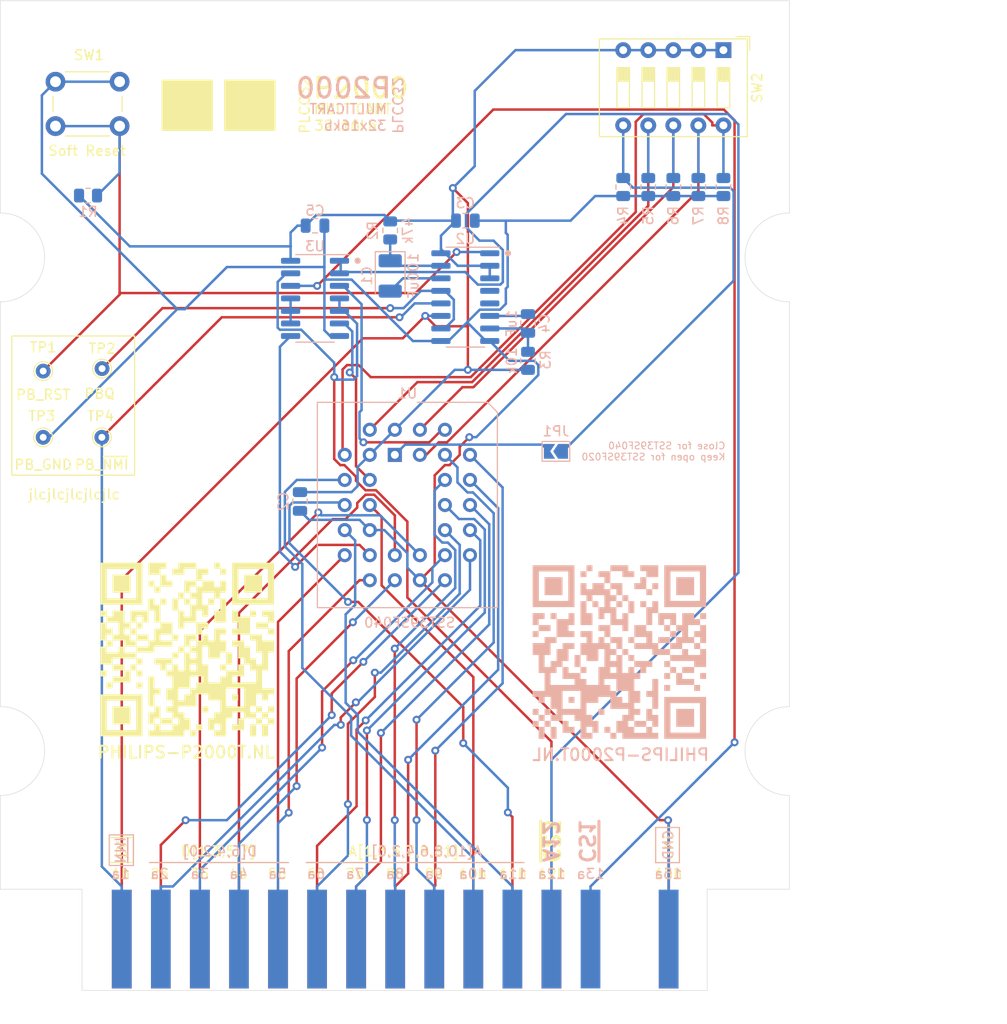
<source format=kicad_pcb>
(kicad_pcb (version 20221018) (generator pcbnew)
  (layers (0 "F.Cu" signal) (31 "B.Cu" signal) (34 "B.Paste" user) (35 "F.Paste" user) (36 "B.SilkS" user "B.Silkscreen") (37 "F.SilkS" user "F.Silkscreen") (38 "B.Mask" user) (39 "F.Mask" user) (44 "Edge.Cuts" user))
  (net 0 "")
  (net 1 "GND")
  (net 2 "+5V")
  (net 3 "D1")
  (net 4 "D3")
  (net 5 "D5")
  (net 6 "D7")
  (net 7 "A1")
  (net 8 "A3")
  (net 9 "A5")
  (net 10 "A7")
  (net 11 "A9")
  (net 12 "A11")
  (net 13 "A12")
  (net 14 "A10")
  (net 15 "A8")
  (net 16 "A6")
  (net 17 "A4")
  (net 18 "A2")
  (net 19 "A0")
  (net 20 "D6")
  (net 21 "D4")
  (net 22 "D2")
  (net 23 "D0")
  (net 24 "~{CARSEL1}")
  (net 25 "~{CARSEL2}")
  (net 26 "A12C")
  (net 27 "A14")
  (net 28 "A15")
  (net 29 "A16")
  (net 30 "A17")
  (net 31 "A18")
  (net 32 "A13")
  (net 33 "~{CS}")
  (net 34 "Net-(JP1-Pad2)")
  (net 35 "~{NMI}")
  (net 36 "Net-(U3-Pad10)")
  (net 37 "Net-(C1-Pad2)")
  (net 38 "Net-(C1-Pad1)")
  (net 39 "Net-(C4-Pad2)")
  (net 40 "Net-(C4-Pad1)")
  (net 41 "Net-(R1-Pad2)")
  (net 42 "Net-(TP2-Pad1)")
  (footprint "Button_Switch_THT:SW_PUSH_6mm" (layer "F.Cu") (at 48.747 52.345)
    (fp_text reference "SW1")
    (fp_text value "Soft Reset")
  )
  (footprint "TestPoint:TestPoint_THTPad_D1.5mm_Drill0.7mm" (layer "F.Cu") (at 47.498 81.661)
    (fp_text reference "TP1")
    (fp_text value "PB_RST")
  )
  (footprint "TestPoint:TestPoint_THTPad_D1.5mm_Drill0.7mm" (layer "F.Cu") (at 47.498 88.37)
    (fp_text reference "TP3")
    (fp_text value "PB_GND")
  )
  (footprint "TestPoint:TestPoint_THTPad_D1.5mm_Drill0.7mm" (layer "F.Cu") (at 53.445 88.37)
    (fp_text reference "TP4")
    (fp_text value "PB_~{NMI}")
  )
  (footprint "TestPoint:TestPoint_THTPad_D1.5mm_Drill0.7mm" (layer "F.Cu") (at 53.467 81.407)
    (fp_text reference "TP2")
    (fp_text value "PBQ")
  )
  (footprint "Button_Switch_THT:SW_DIP_SPSTx05_Slide_9.78x14.88mm_W7.62mm_P2.54mm" (layer "F.Cu") (at 116.459 49.149 -90)
    (fp_text reference "SW2")
    (fp_text value "SW_DIP_x05")
  )
  (footprint "libs:qrcode" (layer "F.Cu") (at 62.103 109.855)
    (fp_text reference "G1" hide)
    (fp_text value "LOGO" hide)
  )
  (footprint "Package_SO:SOIC-14_3.9x8.7mm_P1.27mm" (layer "B.Cu") (at 75.057 74.295 180)
    (fp_text reference "U3")
    (fp_text value "74HC00")
  )
  (footprint "Capacitor_SMD:C_0805_2012Metric" (layer "B.Cu") (at 75.057 66.929)
    (fp_text reference "C5")
    (fp_text value "0.1uF")
  )
  (footprint "Capacitor_SMD:C_0805_2012Metric" (layer "B.Cu") (at 73.533 94.869 -90)
    (fp_text reference "C2")
    (fp_text value "0.1uF")
  )
  (footprint "Jumper:SolderJumper-2_P1.3mm_Open_TrianglePad1.0x1.5mm" (layer "B.Cu") (at 99.478 89.789 180)
    (fp_text reference "JP1")
    (fp_text value "Jumper")
  )
  (footprint "Package_SO:SOIC-16_3.9x9.9mm_P1.27mm" (layer "B.Cu") (at 90.297 74.168 180)
    (fp_text reference "U2")
    (fp_text value "74HC123")
  )
  (footprint "Capacitor_Tantalum_SMD:CP_EIA-3528-21_Kemet-B" (layer "B.Cu") (at 82.677 72.0225 -90)
    (fp_text reference "C1")
    (fp_text value "100uF")
  )
  (footprint "Capacitor_SMD:C_0805_2012Metric" (layer "B.Cu") (at 90.297 66.421)
    (fp_text reference "C3")
    (fp_text value "0.1uF")
  )
  (footprint "Resistor_SMD:R_0805_2012Metric" (layer "B.Cu") (at 52.0465 63.881)
    (fp_text reference "R1")
    (fp_text value "10k")
  )
  (footprint "Resistor_SMD:R_0805_2012Metric" (layer "B.Cu") (at 82.677 67.4135 -90)
    (fp_text reference "R2")
    (fp_text value "47k")
  )
  (footprint "Resistor_SMD:R_0805_2012Metric" (layer "B.Cu") (at 96.647 80.6215 -90)
    (fp_text reference "R3")
    (fp_text value "10k")
  )
  (footprint "p2000t_cartridge:p2000t_cartridge_edge" (layer "B.Cu") (at 83.185 139.192)
    (fp_text reference "J1")
    (fp_text value "P2000T_cartridge_edge")
  )
  (footprint "Capacitor_SMD:C_0805_2012Metric" (layer "B.Cu") (at 96.647 76.835 90)
    (fp_text reference "C4")
    (fp_text value "1uF")
  )
  (footprint "Package_LCC:PLCC-32_THT-Socket" (layer "B.Cu") (at 83.147 90.145 180)
    (fp_text reference "U1")
    (fp_text value "SST39SF040")
  )
  (footprint "Resistor_SMD:R_0805_2012Metric" (layer "B.Cu") (at 113.919 63.0155 90)
    (fp_text reference "R7")
    (fp_text value "10k")
  )
  (footprint "Resistor_SMD:R_0805_2012Metric" (layer "B.Cu") (at 106.299 63.0155 90)
    (fp_text reference "R4")
    (fp_text value "10k")
  )
  (footprint "Resistor_SMD:R_0805_2012Metric" (layer "B.Cu") (at 116.459 63.0155 90)
    (fp_text reference "R8")
    (fp_text value "10k")
  )
  (footprint "libs:qrcode" (layer "B.Cu") (at 105.918 110.109 180)
    (fp_text reference "G2" hide)
    (fp_text value "LOGO" hide)
  )
  (footprint "Resistor_SMD:R_0805_2012Metric" (layer "B.Cu") (at 111.379 63.0155 90)
    (fp_text reference "R6")
    (fp_text value "10k")
  )
  (footprint "Resistor_SMD:R_0805_2012Metric" (layer "B.Cu") (at 108.839 63.0155 90)
    (fp_text reference "R5")
    (fp_text value "10k")
  )
  (gr_line (start 96.251 131.445) (end 74.153 131.445) (stroke (width 0.12)) (layer "B.SilkS"))
  (gr_line (start 72.375 131.445) (end 58.278 131.445) (stroke (width 0.12)) (layer "B.SilkS"))
  (gr_line (start 54.197 131.745) (end 54.197 128.645) (stroke (width 0.12)) (layer "B.SilkS"))
  (gr_line (start 111.999 131.451) (end 109.586 131.451) (stroke (width 0.12)) (layer "B.SilkS"))
  (gr_line (start 111.999 127.895) (end 111.999 131.451) (stroke (width 0.12)) (layer "B.SilkS"))
  (gr_line (start 109.586 127.895) (end 111.999 127.895) (stroke (width 0.12)) (layer "B.SilkS"))
  (gr_line (start 109.586 131.451) (end 109.586 127.895) (stroke (width 0.12)) (layer "B.SilkS"))
  (gr_circle (center 94.615 69.723) (end 94.361 69.723) (stroke (width 0.12)) (fill solid) (layer "B.SilkS"))
  (gr_circle (center 79.375 70.485) (end 79.121 70.485) (stroke (width 0.12)) (fill solid) (layer "B.SilkS"))
  (gr_line (start 56.647 128.645) (end 56.647 131.745) (stroke (width 0.12)) (layer "B.SilkS"))
  (gr_line (start 56.647 131.745) (end 54.197 131.745) (stroke (width 0.12)) (layer "B.SilkS"))
  (gr_line (start 54.197 128.645) (end 56.647 128.645) (stroke (width 0.12)) (layer "B.SilkS"))
  (gr_line (start 54.214 128.905) (end 54.214 131.445) (stroke (width 0.12)) (layer "F.SilkS"))
  (gr_line (start 109.586 131.445) (end 111.999 131.445) (stroke (width 0.12)) (layer "F.SilkS"))
  (gr_line (start 109.586 127.889) (end 109.586 131.445) (stroke (width 0.12)) (layer "F.SilkS"))
  (gr_line (start 44.323 78.105) (end 44.45 78.105) (stroke (width 0.12)) (layer "F.SilkS"))
  (gr_line (start 74.153 131.445) (end 96.251 131.445) (stroke (width 0.12)) (layer "F.SilkS"))
  (gr_line (start 45.847 92.202) (end 44.323 92.202) (stroke (width 0.12)) (layer "F.SilkS"))
  (gr_line (start 56.769 78.105) (end 56.769 92.202) (stroke (width 0.12)) (layer "F.SilkS"))
  (gr_line (start 44.323 92.202) (end 44.323 78.105) (stroke (width 0.12)) (layer "F.SilkS"))
  (gr_line (start 58.278 131.445) (end 72.375 131.445) (stroke (width 0.12)) (layer "F.SilkS"))
  (gr_line (start 111.999 131.445) (end 111.999 127.889) (stroke (width 0.12)) (layer "F.SilkS"))
  (gr_line (start 56.627 131.445) (end 56.627 128.905) (stroke (width 0.12)) (layer "F.SilkS"))
  (gr_rect (start 65.913 52.197) (end 70.993 57.277) (stroke (width 0.12)) (fill solid) (layer "F.SilkS"))
  (gr_line (start 56.769 92.202) (end 45.847 92.202) (stroke (width 0.12)) (layer "F.SilkS"))
  (gr_line (start 111.999 127.889) (end 109.586 127.889) (stroke (width 0.12)) (layer "F.SilkS"))
  (gr_line (start 44.45 78.105) (end 56.769 78.105) (stroke (width 0.12)) (layer "F.SilkS"))
  (gr_line (start 54.214 131.445) (end 56.627 131.445) (stroke (width 0.12)) (layer "F.SilkS"))
  (gr_rect (start 59.563 52.197) (end 64.643 57.277) (stroke (width 0.12)) (fill solid) (layer "F.SilkS"))
  (gr_line (start 56.627 128.905) (end 54.214 128.905) (stroke (width 0.12)) (layer "F.SilkS"))
  (gr_line (start 43.147 63.645) (end 43.147 59.145) (stroke (width 0.05)) (layer "Edge.Cuts"))
  (gr_line (start 43.147 109.145) (end 43.147 113.645) (stroke (width 0.05)) (layer "Edge.Cuts"))
  (gr_arc (start 43.147 115.645) (mid 47.647 120.145) (end 43.147 124.645) (stroke (width 0.05)) (layer "Edge.Cuts"))
  (gr_line (start 43.147 114.145) (end 43.147 113.645) (stroke (width 0.05)) (layer "Edge.Cuts"))
  (gr_line (start 43.147 127.145) (end 43.147 124.645) (stroke (width 0.05)) (layer "Edge.Cuts"))
  (gr_line (start 43.147 115.645) (end 43.147 114.145) (stroke (width 0.05)) (layer "Edge.Cuts"))
  (gr_arc (start 43.147 65.645) (mid 47.647 70.145) (end 43.147 74.645) (stroke (width 0.05)) (layer "Edge.Cuts"))
  (gr_line (start 123.147 127.145) (end 123.147 124.645) (stroke (width 0.05)) (layer "Edge.Cuts"))
  (gr_line (start 43.147 109.145) (end 43.147 74.645) (stroke (width 0.05)) (layer "Edge.Cuts"))
  (gr_line (start 43.147 65.645) (end 43.147 63.645) (stroke (width 0.05)) (layer "Edge.Cuts"))
  (gr_line (start 123.147 134.145) (end 123.147 127.145) (stroke (width 0.05)) (layer "Edge.Cuts"))
  (gr_line (start 43.147 44.145) (end 43.147 59.145) (stroke (width 0.05)) (layer "Edge.Cuts"))
  (gr_line (start 43.147 134.145) (end 43.147 127.145) (stroke (width 0.05)) (layer "Edge.Cuts"))
  (gr_line (start 97.147 44.145) (end 83.147 44.145) (stroke (width 0.05)) (layer "Edge.Cuts"))
  (gr_line (start 123.147 74.745) (end 123.147 74.645) (stroke (width 0.05)) (layer "Edge.Cuts"))
  (gr_line (start 123.147 115.645) (end 123.147 110.045) (stroke (width 0.05)) (layer "Edge.Cuts"))
  (gr_line (start 123.147 100.457) (end 123.147001 94.845) (stroke (width 0.05)) (layer "Edge.Cuts"))
  (gr_line (start 123.147001 83.445001) (end 123.147 77.845) (stroke (width 0.05)) (layer "Edge.Cuts"))
  (gr_line (start 123.147 63.445) (end 123.147 57.845) (stroke (width 0.05)) (layer "Edge.Cuts"))
  (gr_line (start 114.808 134.145) (end 115.147 134.145) (stroke (width 0.05)) (layer "Edge.Cuts"))
  (gr_line (start 114.808 144.399) (end 51.435 144.399) (stroke (width 0.05)) (layer "Edge.Cuts"))
  (gr_line (start 51.147 134.145) (end 51.435 134.145) (stroke (width 0.05)) (layer "Edge.Cuts"))
  (gr_arc (start 123.147 74.645) (mid 118.647 70.145) (end 123.147 65.645) (stroke (width 0.05)) (layer "Edge.Cuts"))
  (gr_line (start 51.435 144.145) (end 51.435 134.145) (stroke (width 0.05)) (layer "Edge.Cuts"))
  (gr_line (start 123.147 65.645) (end 123.147 63.445) (stroke (width 0.05)) (layer "Edge.Cuts"))
  (gr_line (start 123.147 56.145) (end 123.147 44.145) (stroke (width 0.05)) (layer "Edge.Cuts"))
  (gr_line (start 114.808 144.399) (end 114.808 144.145) (stroke (width 0.05)) (layer "Edge.Cuts"))
  (gr_line (start 97.147 44.145) (end 123.147 44.145) (stroke (width 0.05)) (layer "Edge.Cuts"))
  (gr_line (start 123.147 74.745) (end 123.147 77.845) (stroke (width 0.05)) (layer "Edge.Cuts"))
  (gr_line (start 51.147 134.145) (end 43.147 134.145) (stroke (width 0.05)) (layer "Edge.Cuts"))
  (gr_line (start 83.147 44.145) (end 43.147 44.145) (stroke (width 0.05)) (layer "Edge.Cuts"))
  (gr_line (start 123.147 110.045) (end 123.147 100.457) (stroke (width 0.05)) (layer "Edge.Cuts"))
  (gr_line (start 114.808 144.145) (end 114.808 134.145) (stroke (width 0.05)) (layer "Edge.Cuts"))
  (gr_line (start 123.147001 83.445001) (end 123.147001 94.845) (stroke (width 0.05)) (layer "Edge.Cuts"))
  (gr_line (start 51.435 144.399) (end 51.435 144.145) (stroke (width 0.05)) (layer "Edge.Cuts"))
  (gr_arc (start 123.147 124.645) (mid 118.647 120.145) (end 123.147 115.645) (stroke (width 0.05)) (layer "Edge.Cuts"))
  (gr_line (start 123.147 56.145) (end 123.147 57.845) (stroke (width 0.05)) (layer "Edge.Cuts"))
  (gr_line (start 115.147 134.145) (end 123.147 134.145) (stroke (width 0.05)) (layer "Edge.Cuts"))
  (gr_text "15a" (at 110.856 132.588) (layer "B.SilkS") (effects (font (size 1 1)) (justify mirror)))
  (gr_text "~{CS1}" (at 102.601 129.286 -90) (layer "B.SilkS") (effects (font (size 1.5 1.5) (thickness 0.3)) (justify mirror)))
  (gr_text "A12" (at 98.918 129.286 -90) (layer "B.SilkS") (effects (font (size 1.5 1.5) (thickness 0.3)) (justify mirror)))
  (gr_text "A[10,8,6,4,2,0]" (at 86.345 130.302) (layer "B.SilkS") (effects (font (size 1 1)) (justify mirror)))
  (gr_text "D[6,4,2,0]" (at 65.39 130.302) (layer "B.SilkS") (effects (font (size 1 1)) (justify mirror)))
  (gr_text "1a" (at 55.344 132.588) (layer "B.SilkS") (effects (font (size 1 1)) (justify mirror)))
  (gr_text "~{NMI}" (at 55.247 130.195 270) (layer "B.SilkS") (effects (font (size 1 1)) (justify mirror)))
  (gr_text "GND" (at 110.856 129.673 90) (layer "B.SilkS") (effects (font (size 1 1)) (justify mirror)))
  (gr_text "P2000" (at 82.9602 53.002) (layer "B.SilkS") (effects (font (size 2 2) (thickness 0.3)) (justify left mirror)))
  (gr_text "32x16kb" (at 79.1286 56.7944) (layer "B.SilkS") (effects (font (size 1 1)) (justify mirror)))
  (gr_text "MULTICART" (at 78.4174 55.118) (layer "B.SilkS") (effects (font (size 1 1)) (justify mirror)))
  (gr_text "PLCC32" (at 83.3958 54.744 -90) (layer "B.SilkS") (effects (font (size 1 1)) (justify mirror)))
  (gr_text "11a" (at 95.108 132.588) (layer "B.SilkS") (effects (font (size 1 1)) (justify mirror)))
  (gr_text "10a" (at 91.044 132.588) (layer "B.SilkS") (effects (font (size 1 1)) (justify mirror)))
  (gr_text "2a" (at 59.294 132.588) (layer "B.SilkS") (effects (font (size 1 1)) (justify mirror)))
  (gr_text "6a" (at 75.169 132.588) (layer "B.SilkS") (effects (font (size 1 1)) (justify mirror)))
  (gr_text "7a" (at 79.106 132.588) (layer "B.SilkS") (effects (font (size 1 1)) (justify mirror)))
  (gr_text "PHILIPS-P2000T.NL" (at 106.045 120.523) (layer "B.SilkS") (effects (font (size 1.2 1.2) (thickness 0.2)) (justify mirror)))
  (gr_text "13a" (at 102.982 132.588) (layer "B.SilkS") (effects (font (size 1 1)) (justify mirror)))
  (gr_text "9a" (at 87.107 132.588) (layer "B.SilkS") (effects (font (size 1 1)) (justify mirror)))
  (gr_text "4a" (at 67.295 132.588) (layer "B.SilkS") (effects (font (size 1 1)) (justify mirror)))
  (gr_text "5a" (at 71.232 132.588) (layer "B.SilkS") (effects (font (size 1 1)) (justify mirror)))
  (gr_text "12a" (at 99.045 132.588) (layer "B.SilkS") (effects (font (size 1 1)) (justify mirror)))
  (gr_text "3a" (at 63.358 132.588) (layer "B.SilkS") (effects (font (size 1 1)) (justify mirror)))
  (gr_text "8a" (at 83.17 132.588) (layer "B.SilkS") (effects (font (size 1 1)) (justify mirror)))
  (gr_text "Close for SST39SF040\nKeep open for SST39SF020" (at 116.713 89.789) (layer "B.SilkS") (effects (font (size 0.7 0.7) (thickness 0.1)) (justify left mirror)))
  (gr_text "9b" (at 87.107 132.588) (layer "F.SilkS") (effects (font (size 1 1))))
  (gr_text "6b" (at 75.169 132.588) (layer "F.SilkS") (effects (font (size 1 1))))
  (gr_text "8b" (at 83.17 132.588) (layer "F.SilkS") (effects (font (size 1 1))))
  (gr_text "4b" (at 67.295 132.588) (layer "F.SilkS") (effects (font (size 1 1))))
  (gr_text "1b" (at 55.357 132.588) (layer "F.SilkS") (effects (font (size 1 1))))
  (gr_text "2b" (at 59.294 132.588) (layer "F.SilkS") (effects (font (size 1 1))))
  (gr_text "5b" (at 71.232 132.588) (layer "F.SilkS") (effects (font (size 1 1))))
  (gr_text "7b" (at 79.106 132.588) (layer "F.SilkS") (effects (font (size 1 1))))
  (gr_text "11b" (at 95.108 132.588) (layer "F.SilkS") (effects (font (size 1 1))))
  (gr_text "12b" (at 99.045 132.588) (layer "F.SilkS") (effects (font (size 1 1))))
  (gr_text "15b" (at 110.856 132.588) (layer "F.SilkS") (effects (font (size 1 1))))
  (gr_text "3b" (at 63.358 132.588) (layer "F.SilkS") (effects (font (size 1 1))))
  (gr_text "10b" (at 91.044 132.588) (layer "F.SilkS") (effects (font (size 1 1))))
  (gr_text "GND" (at 110.856 129.667 90) (layer "F.SilkS") (effects (font (size 1 1))))
  (gr_text "PLCC32" (at 74.0162 54.744 90) (layer "F.SilkS") (effects (font (size 1 1))))
  (gr_text "MULTICART" (at 78.867 55.118) (layer "F.SilkS") (effects (font (size 1 1))))
  (gr_text "P2000" (at 74.6828 52.993) (layer "F.SilkS") (effects (font (size 2 2) (thickness 0.3)) (justify left)))
  (gr_text "32x16kb" (at 78.1558 56.7944) (layer "F.SilkS") (effects (font (size 1 1))))
  (gr_text "A[1,3,5,7,9,11]" (at 84.059 130.302) (layer "F.SilkS") (effects (font (size 1 1))))
  (gr_text "jlcjlcjlcjlcjlc" (at 50.647 94.145) (layer "F.SilkS") (effects (font (size 1 1))))
  (gr_text "~{CS2}" (at 99.172 129.286 90) (layer "F.SilkS") (effects (font (size 1.5 1.5) (thickness 0.3))))
  (gr_text "PHILIPS-P2000T.NL" (at 61.976 120.269) (layer "F.SilkS") (effects (font (size 1.2 1.2) (thickness 0.2))))
  (gr_text "5V" (at 55.484 130.175 90) (layer "F.SilkS") (effects (font (size 1 1))))
  (gr_text "D[1,3,5,7]" (at 65.263 130.302) (layer "F.SilkS") (effects (font (size 1 1))))
  (segment (start 85.687 102.845) (end 109.9913 127.1493) (width 0.25) (layer "F.Cu") (net 1))
  (segment (start 88.6931 91.1831) (end 89.7225 90.1537) (width 0.25) (layer "F.Cu") (net 1))
  (segment (start 87.1889 101.3431) (end 87.1889 92.2171) (width 0.25) (layer "F.Cu") (net 1))
  (segment (start 88.2229 91.1831) (end 88.6931 91.1831) (width 0.25) (layer "F.Cu") (net 1))
  (segment (start 110.905 133.8651) (end 110.905 127.2107) (width 0.25) (layer "F.Cu") (net 1))
  (segment (start 89.7225 90.1537) (end 89.7225 89.3285) (width 0.25) (layer "F.Cu") (net 1))
  (segment (start 110.905 139.192) (end 110.905 133.8651) (width 0.25) (layer "F.Cu") (net 1))
  (segment (start 109.9913 127.1493) (end 110.8436 127.1493) (width 0.25) (layer "F.Cu") (net 1))
  (segment (start 85.687 102.845) (end 87.1889 101.3431) (width 0.25) (layer "F.Cu") (net 1))
  (segment (start 89.7225 89.3285) (end 90.6965 88.3545) (width 0.25) (layer "F.Cu") (net 1))
  (segment (start 87.1889 92.2171) (end 88.2229 91.1831) (width 0.25) (layer "F.Cu") (net 1))
  (segment (start 110.905 127.2107) (end 110.8436 127.1493) (width 0.25) (layer "F.Cu") (net 1))
  (via (at 90.6965 88.3545) (size 0.8) (drill 0.4) (layers "F.Cu" "B.Cu") (net 1))
  (via (at 110.8436 127.1493) (size 0.8) (drill 0.4) (layers "F.Cu" "B.Cu") (net 1))
  (segment (start 74.4428 96.7288) (end 79.5708 96.7288) (width 0.25) (layer "B.Cu") (net 1))
  (segment (start 94.5881 67.8518) (end 94.401 67.6647) (width 0.25) (layer "B.Cu") (net 1))
  (segment (start 116.459 63.928) (end 113.919 63.928) (width 0.25) (layer "B.Cu") (net 1))
  (segment (start 100.965 66.421) (end 94.401 66.421) (width 0.25) (layer "B.Cu") (net 1))
  (segment (start 92.772 78.613) (end 94.7805 80.6215) (width 0.25) (layer "B.Cu") (net 1))
  (segment (start 97.6888 82.0664) (end 91.4007 88.3545) (width 0.25) (layer "B.Cu") (net 1))
  (segment (start 73.533 95.819) (end 74.4428 96.7288) (width 0.25) (layer "B.Cu") (net 1))
  (segment (start 78.7597 72.39) (end 84.9827 78.613) (width 0.25) (layer "B.Cu") (net 1))
  (segment (start 76.007 71.12) (end 66.1271 71.12) (width 0.25) (layer "B.Cu") (net 1))
  (segment (start 61.0883 75.3832) (end 61.0883 75.3831) (width 0.25) (layer "B.Cu") (net 1))
  (segment (start 47.3664 53.7256) (end 48.747 52.345) (width 0.25) (layer "B.Cu") (net 1))
  (segment (start 94.401 66.421) (end 91.247 66.421) (width 0.25) (layer "B.Cu") (net 1))
  (segment (start 106.299 63.928) (end 103.458 63.928) (width 0.25) (layer "B.Cu") (net 1))
  (segment (start 48.1014 88.37) (end 47.498 88.37) (width 0.25) (layer "B.Cu") (net 1))
  (segment (start 76.581 78.105) (end 76.007 77.531) (width 0.25) (layer "B.Cu") (net 1))
  (segment (start 111.379 63.928) (end 108.839 63.928) (width 0.25) (layer "B.Cu") (net 1))
  (segment (start 84.417 100.1006) (end 82.0814 97.765) (width 0.25) (layer "B.Cu") (net 1))
  (segment (start 93.8072 75.438) (end 94.401 74.8442) (width 0.25) (layer "B.Cu") (net 1))
  (segment (start 61.0883 75.3831) (end 47.3664 61.6613) (width 0.25) (layer "B.Cu") (net 1))
  (segment (start 66.1271 71.12) (end 61.8639 75.3832) (width 0.25) (layer "B.Cu") (net 1))
  (segment (start 113.919 63.928) (end 111.379 63.928) (width 0.25) (layer "B.Cu") (net 1))
  (segment (start 103.458 63.928) (end 100.965 66.421) (width 0.25) (layer "B.Cu") (net 1))
  (segment (start 90.4802 76.7136) (end 88.5808 78.613) (width 0.25) (layer "B.Cu") (net 1))
  (segment (start 79.5708 96.7288) (end 80.607 97.765) (width 0.25) (layer "B.Cu") (net 1))
  (segment (start 76.007 72.39) (end 76.007 71.12) (width 0.25) (layer "B.Cu") (net 1))
  (segment (start 76.007 71.12) (end 76.007 66.929) (width 0.25) (layer "B.Cu") (net 1))
  (segment (start 84.417 101.575) (end 84.417 100.1006) (width 0.25) (layer "B.Cu") (net 1))
  (segment (start 94.7805 80.6215) (end 97.274 80.6215) (width 0.25) (layer "B.Cu") (net 1))
  (segment (start 91.7558 75.438) (end 93.8072 75.438) (width 0.25) (layer "B.Cu") (net 1))
  (segment (start 94.401 67.6647) (end 94.401 66.421) (width 0.25) (layer "B.Cu") (net 1))
  (segment (start 90.4802 76.7136) (end 92.3795 78.613) (width 0.25) (layer "B.Cu") (net 1))
  (segment (start 61.8639 75.3832) (end 61.0883 75.3832) (width 0.25) (layer "B.Cu") (net 1))
  (segment (start 110.905 127.2107) (end 110.8436 127.1493) (width 0.25) (layer "B.Cu") (net 1))
  (segment (start 84.9827 78.613) (end 87.822 78.613) (width 0.25) (layer "B.Cu") (net 1))
  (segment (start 85.687 102.845) (end 84.417 101.575) (width 0.25) (layer "B.Cu") (net 1))
  (segment (start 47.3664 61.6613) (end 47.3664 53.7256) (width 0.25) (layer "B.Cu") (net 1))
  (segment (start 92.3795 78.613) (end 92.772 78.613) (width 0.25) (layer "B.Cu") (net 1))
  (segment (start 94.5881 73.1159) (end 94.5881 67.8518) (width 0.25) (layer "B.Cu") (net 1))
  (segment (start 97.274 80.6215) (end 97.6888 81.0363) (width 0.25) (layer "B.Cu") (net 1))
  (segment (start 76.007 72.39) (end 78.7597 72.39) (width 0.25) (layer "B.Cu") (net 1))
  (segment (start 90.4802 76.7136) (end 91.7558 75.438) (width 0.25) (layer "B.Cu") (net 1))
  (segment (start 108.839 63.928) (end 106.299 63.928) (width 0.25) (layer "B.Cu") (net 1))
  (segment (start 94.401 73.303) (end 94.5881 73.1159) (width 0.25) (layer "B.Cu") (net 1))
  (segment (start 94.401 74.8442) (end 94.401 73.303) (width 0.25) (layer "B.Cu") (net 1))
  (segment (start 82.0814 97.765) (end 80.607 97.765) (width 0.25) (layer "B.Cu") (net 1))
  (segment (start 110.905 139.192) (end 110.905 127.2107) (width 0.25) (layer "B.Cu") (net 1))
  (segment (start 61.0883 75.3831) (end 48.1014 88.37) (width 0.25) (layer "B.Cu") (net 1))
  (segment (start 76.007 77.531) (end 76.007 72.39) (width 0.25) (layer "B.Cu") (net 1))
  (segment (start 77.532 78.105) (end 76.581 78.105) (width 0.25) (layer "B.Cu") (net 1))
  (segment (start 48.747 52.345) (end 55.247 52.345) (width 0.25) (layer "B.Cu") (net 1))
  (segment (start 88.5808 78.613) (end 87.822 78.613) (width 0.25) (layer "B.Cu") (net 1))
  (segment (start 91.4007 88.3545) (end 90.6965 88.3545) (width 0.25) (layer "B.Cu") (net 1))
  (segment (start 97.6888 81.0363) (end 97.6888 82.0664) (width 0.25) (layer "B.Cu") (net 1))
  (segment (start 55.465 139.192) (end 55.465 102.7742) (width 0.25) (layer "F.Cu") (net 2))
  (segment (start 79.9019 78.3373) (end 83.9583 78.3373) (width 0.25) (layer "F.Cu") (net 2))
  (segment (start 55.465 102.7742) (end 79.9019 78.3373) (width 0.25) (layer "F.Cu") (net 2))
  (segment (start 83.9583 78.3373) (end 86.2288 76.0668) (width 0.25) (layer "F.Cu") (net 2))
  (segment (start 90.551 81.534) (end 90.551 77.1189) (width 0.25) (layer "F.Cu") (net 2))
  (segment (start 90.551 77.1189) (end 87.2809 77.1189) (width 0.25) (layer "F.Cu") (net 2))
  (segment (start 87.2809 77.1189) (end 86.2288 76.0668) (width 0.25) (layer "F.Cu") (net 2))
  (segment (start 90.551 64.643) (end 89.027 63.119) (width 0.25) (layer "F.Cu") (net 2))
  (segment (start 90.551 77.1189) (end 90.551 64.643) (width 0.25) (layer "F.Cu") (net 2))
  (via (at 86.2288 76.0668) (size 0.8) (drill 0.4) (layers "F.Cu" "B.Cu") (net 2))
  (via (at 89.027 63.119) (size 0.8) (drill 0.4) (layers "F.Cu" "B.Cu") (net 2))
  (via (at 90.551 81.534) (size 0.8) (drill 0.4) (layers "F.Cu" "B.Cu") (net 2))
  (segment (start 56.2787 69.0257) (end 51.134 63.881) (width 0.25) (layer "B.Cu") (net 2))
  (segment (start 87.8158 76.0668) (end 86.2288 76.0668) (width 0.25) (layer "B.Cu") (net 2))
  (segment (start 111.379 49.149) (end 113.919 49.149) (width 0.25) (layer "B.Cu") (net 2))
  (segment (start 89.027 63.119) (end 89.027 66.101) (width 0.25) (layer "B.Cu") (net 2))
  (segment (start 82.717 66.461) (end 82.1028 65.8468) (width 0.25) (layer "B.Cu") (net 2))
  (segment (start 72.582 69.0257) (end 56.2787 69.0257) (width 0.25) (layer "B.Cu") (net 2))
  (segment (start 89.027 66.101) (end 89.347 66.421) (width 0.25) (layer "B.Cu") (net 2))
  (segment (start 89.347 66.421) (end 87.822 67.946) (width 0.25) (layer "B.Cu") (net 2))
  (segment (start 79.375 91.377) (end 80.607 90.145) (width 0.25) (layer "B.Cu") (net 2))
  (segment (start 90.551 81.534) (end 89.218 81.534) (width 0.25) (layer "B.Cu") (net 2))
  (segment (start 79.375 93.31) (end 79.375 91.377) (width 0.25) (layer "B.Cu") (net 2))
  (segment (start 82.717 66.461) (end 82.757 66.421) (width 0.25) (layer "B.Cu") (net 2))
  (segment (start 106.299 49.149) (end 108.839 49.149) (width 0.25) (layer "B.Cu") (net 2))
  (segment (start 82.757 66.421) (end 89.347 66.421) (width 0.25) (layer "B.Cu") (net 2))
  (segment (start 87.822 69.294) (end 89.521 70.993) (width 0.25) (layer "B.Cu") (net 2))
  (segment (start 95.377 49.149) (end 106.299 49.149) (width 0.25) (layer "B.Cu") (net 2))
  (segment (start 92.772 72.263) (end 92.772 70.993) (width 0.25) (layer "B.Cu") (net 2))
  (segment (start 96.647 81.534) (end 90.551 81.534) (width 0.25) (layer "B.Cu") (net 2))
  (segment (start 91.247 53.279) (end 95.377 49.149) (width 0.25) (layer "B.Cu") (net 2))
  (segment (start 82.677 66.501) (end 82.717 66.461) (width 0.25) (layer "B.Cu") (net 2))
  (segment (start 72.582 69.0257) (end 72.582 67.626) (width 0.25) (layer "B.Cu") (net 2))
  (segment (start 87.822 76.073) (end 87.8158 76.0668) (width 0.25) (layer "B.Cu") (net 2))
  (segment (start 72.582 70.485) (end 72.582 69.0257) (width 0.25) (layer "B.Cu") (net 2))
  (segment (start 108.839 49.149) (end 111.379 49.149) (width 0.25) (layer "B.Cu") (net 2))
  (segment (start 73.279 66.929) (end 74.107 66.929) (width 0.25) (layer "B.Cu") (net 2))
  (segment (start 89.521 70.993) (end 92.772 70.993) (width 0.25) (layer "B.Cu") (net 2))
  (segment (start 87.822 69.294) (end 87.822 69.723) (width 0.25) (layer "B.Cu") (net 2))
  (segment (start 82.1028 65.8468) (end 75.1892 65.8468) (width 0.25) (layer "B.Cu") (net 2))
  (segment (start 80.607 90.145) (end 83.147 87.605) (width 0.25) (layer "B.Cu") (net 2))
  (segment (start 113.919 49.149) (end 116.459 49.149) (width 0.25) (layer "B.Cu") (net 2))
  (segment (start 91.247 60.899) (end 91.247 53.279) (width 0.25) (layer "B.Cu") (net 2))
  (segment (start 75.1892 65.8468) (end 74.107 66.929) (width 0.25) (layer "B.Cu") (net 2))
  (segment (start 73.533 93.919) (end 78.766 93.919) (width 0.25) (layer "B.Cu") (net 2))
  (segment (start 89.218 81.534) (end 83.147 87.605) (width 0.25) (layer "B.Cu") (net 2))
  (segment (start 87.822 67.946) (end 87.822 69.294) (width 0.25) (layer "B.Cu") (net 2))
  (segment (start 78.766 93.919) (end 79.375 93.31) (width 0.25) (layer "B.Cu") (net 2))
  (segment (start 89.027 63.119) (end 91.247 60.899) (width 0.25) (layer "B.Cu") (net 2))
  (segment (start 72.582 67.626) (end 73.279 66.929) (width 0.25) (layer "B.Cu") (net 2))
  (segment (start 76.7516 116.5104) (end 76.7516 114.3204) (width 0.25) (layer "F.Cu") (net 3))
  (segment (start 61.9373 127.1543) (end 59.425 129.6666) (width 0.25) (layer "F.Cu") (net 3))
  (segment (start 76.7516 114.3204) (end 79.9613 111.1107) (width 0.25) (layer "F.Cu") (net 3))
  (segment (start 59.425 129.6666) (end 59.425 139.192) (width 0.25) (layer "F.Cu") (net 3))
  (via (at 61.9373 127.1543) (size 0.8) (drill 0.4) (layers "F.Cu" "B.Cu") (net 3))
  (via (at 76.7516 116.5104) (size 0.8) (drill 0.4) (layers "F.Cu" "B.Cu") (net 3))
  (via (at 79.9613 111.1107) (size 0.8) (drill 0.4) (layers "F.Cu" "B.Cu") (net 3))
  (segment (start 66.1077 127.1543) (end 61.9373 127.1543) (width 0.25) (layer "B.Cu") (net 3))
  (segment (start 76.7516 116.5104) (end 66.1077 127.1543) (width 0.25) (layer "B.Cu") (net 3))
  (segment (start 88.227 102.845) (end 79.9613 111.1107) (width 0.25) (layer "B.Cu") (net 3))
  (segment (start 63.385 107.9824) (end 75.3903 95.9771) (width 0.25) (layer "F.Cu") (net 4))
  (segment (start 63.385 139.192) (end 63.385 107.9824) (width 0.25) (layer "F.Cu") (net 4))
  (via (at 75.3903 95.9771) (size 0.8) (drill 0.4) (layers "F.Cu" "B.Cu") (net 4))
  (segment (start 85.687 100.305) (end 81.6475 96.2655) (width 0.25) (layer "B.Cu") (net 4))
  (segment (start 75.6787 96.2655) (end 75.3903 95.9771) (width 0.25) (layer "B.Cu") (net 4))
  (segment (start 81.6475 96.2655) (end 75.6787 96.2655) (width 0.25) (layer "B.Cu") (net 4))
  (segment (start 67.345 106.1644) (end 67.345 139.192) (width 0.25) (layer "F.Cu") (net 5))
  (segment (start 79.3368 95.4756) (end 78.1583 96.6541) (width 0.25) (layer "F.Cu") (net 5))
  (segment (start 76.8553 96.6541) (end 67.345 106.1644) (width 0.25) (layer "F.Cu") (net 5))
  (segment (start 78.1583 96.6541) (end 76.8553 96.6541) (width 0.25) (layer "F.Cu") (net 5))
  (segment (start 79.3368 95.023) (end 79.3368 95.4756) (width 0.25) (layer "F.Cu") (net 5))
  (segment (start 81.0535 94.1837) (end 80.1761 94.1837) (width 0.25) (layer "F.Cu") (net 5))
  (segment (start 83.147 96.2772) (end 81.0535 94.1837) (width 0.25) (layer "F.Cu") (net 5))
  (segment (start 83.147 100.305) (end 83.147 96.2772) (width 0.25) (layer "F.Cu") (net 5))
  (segment (start 80.1761 94.1837) (end 79.3368 95.023) (width 0.25) (layer "F.Cu") (net 5))
  (segment (start 71.305 133.8651) (end 71.305 107.067) (width 0.25) (layer "F.Cu") (net 6))
  (segment (start 71.305 139.192) (end 71.305 133.8651) (width 0.25) (layer "F.Cu") (net 6))
  (segment (start 71.305 107.067) (end 78.067 100.305) (width 0.25) (layer "F.Cu") (net 6))
  (segment (start 80.1932 117.0403) (end 79.2698 117.9637) (width 0.25) (layer "F.Cu") (net 7))
  (segment (start 79.2698 117.9637) (end 79.2698 125.7452) (width 0.25) (layer "F.Cu") (net 7))
  (segment (start 79.2698 125.7452) (end 75.265 129.75) (width 0.25) (layer "F.Cu") (net 7))
  (segment (start 75.265 129.75) (end 75.265 139.192) (width 0.25) (layer "F.Cu") (net 7))
  (via (at 80.1932 117.0403) (size 0.8) (drill 0.4) (layers "F.Cu" "B.Cu") (net 7))
  (segment (start 91.806 98.804) (end 91.806 105.4275) (width 0.25) (layer "B.Cu") (net 7))
  (segment (start 91.806 105.4275) (end 80.1932 117.0403) (width 0.25) (layer "B.Cu") (net 7))
  (segment (start 90.767 97.765) (end 91.806 98.804) (width 0.25) (layer "B.Cu") (net 7))
  (segment (start 81.7353 131.3548) (end 81.7353 118.3143) (width 0.25) (layer "F.Cu") (net 8))
  (segment (start 79.225 139.192) (end 79.225 133.8651) (width 0.25) (layer "F.Cu") (net 8))
  (segment (start 79.225 133.8651) (end 81.7353 131.3548) (width 0.25) (layer "F.Cu") (net 8))
  (via (at 81.7353 118.3143) (size 0.8) (drill 0.4) (layers "F.Cu" "B.Cu") (net 8))
  (segment (start 92.7178 97.1758) (end 90.767 95.225) (width 0.25) (layer "B.Cu") (net 8))
  (segment (start 81.7353 118.3143) (end 92.7178 107.3318) (width 0.25) (layer "B.Cu") (net 8))
  (segment (start 92.7178 107.3318) (end 92.7178 97.1758) (width 0.25) (layer "B.Cu") (net 8))
  (segment (start 83.185 133.8651) (end 84.4964 132.5537) (width 0.25) (layer "F.Cu") (net 9))
  (segment (start 83.185 139.192) (end 83.185 133.8651) (width 0.25) (layer "F.Cu") (net 9))
  (segment (start 84.4964 132.5537) (end 84.4964 121.035) (width 0.25) (layer "F.Cu") (net 9))
  (via (at 84.4964 121.035) (size 0.8) (drill 0.4) (layers "F.Cu" "B.Cu") (net 9))
  (segment (start 84.4964 121.035) (end 93.6216 111.9098) (width 0.25) (layer "B.Cu") (net 9))
  (segment (start 93.6216 111.9098) (end 93.6216 95.5396) (width 0.25) (layer "B.Cu") (net 9))
  (segment (start 93.6216 95.5396) (end 90.767 92.685) (width 0.25) (layer "B.Cu") (net 9))
  (segment (start 87.2487 133.7614) (end 87.145 133.8651) (width 0.25) (layer "F.Cu") (net 10))
  (segment (start 87.145 139.192) (end 87.145 133.8651) (width 0.25) (layer "F.Cu") (net 10))
  (segment (start 87.2487 120.1063) (end 87.2487 133.7614) (width 0.25) (layer "F.Cu") (net 10))
  (via (at 87.2487 120.1063) (size 0.8) (drill 0.4) (layers "F.Cu" "B.Cu") (net 10))
  (segment (start 94.0735 93.4515) (end 94.0735 113.2815) (width 0.25) (layer "B.Cu") (net 10))
  (segment (start 94.0735 113.2815) (end 87.2487 120.1063) (width 0.25) (layer "B.Cu") (net 10))
  (segment (start 90.767 90.145) (end 94.0735 93.4515) (width 0.25) (layer "B.Cu") (net 10))
  (segment (start 81.8101 103.3647) (end 91.105 112.6596) (width 0.25) (layer "F.Cu") (net 11))
  (segment (start 91.105 112.6596) (end 91.105 133.8651) (width 0.25) (layer "F.Cu") (net 11))
  (segment (start 91.105 139.192) (end 91.105 133.8651) (width 0.25) (layer "F.Cu") (net 11))
  (segment (start 80.607 95.225) (end 81.8101 96.4281) (width 0.25) (layer "F.Cu") (net 11))
  (segment (start 81.8101 96.4281) (end 81.8101 103.3647) (width 0.25) (layer "F.Cu") (net 11))
  (segment (start 78.4 105.042) (end 79.4342 105.042) (width 0.25) (layer "F.Cu") (net 12))
  (segment (start 94.6049 126.3687) (end 95.065 126.8288) (width 0.25) (layer "F.Cu") (net 12))
  (segment (start 79.4342 105.042) (end 90.0833 115.6911) (width 0.25) (layer "F.Cu") (net 12))
  (segment (start 90.0833 115.6911) (end 90.0833 119.3499) (width 0.25) (layer "F.Cu") (net 12))
  (segment (start 95.065 126.8288) (end 95.065 139.192) (width 0.25) (layer "F.Cu") (net 12))
  (via (at 94.6049 126.3687) (size 0.8) (drill 0.4) (layers "F.Cu" "B.Cu") (net 12))
  (via (at 90.0833 119.3499) (size 0.8) (drill 0.4) (layers "F.Cu" "B.Cu") (net 12))
  (via (at 78.4 105.042) (size 0.8) (drill 0.4) (layers "F.Cu" "B.Cu") (net 12))
  (segment (start 94.6049 123.8715) (end 94.6049 126.3687) (width 0.25) (layer "B.Cu") (net 12))
  (segment (start 78.067 95.225) (end 77.8107 94.9687) (width 0.25) (layer "B.Cu") (net 12))
  (segment (start 72.4673 95.2925) (end 72.4673 99.1093) (width 0.25) (layer "B.Cu") (net 12))
  (segment (start 77.8107 94.9687) (end 72.7911 94.9687) (width 0.25) (layer "B.Cu") (net 12))
  (segment (start 90.0833 119.3499) (end 94.6049 123.8715) (width 0.25) (layer "B.Cu") (net 12))
  (segment (start 72.7911 94.9687) (end 72.4673 95.2925) (width 0.25) (layer "B.Cu") (net 12))
  (segment (start 72.4673 99.1093) (end 78.4 105.042) (width 0.25) (layer "B.Cu") (net 12))
  (segment (start 88.227 87.605) (end 87.9087 87.605) (width 0.25) (layer "F.Cu") (net 13))
  (segment (start 86.6399 88.8738) (end 79.9634 88.8738) (width 0.25) (layer "F.Cu") (net 13))
  (segment (start 87.9087 87.605) (end 86.6399 88.8738) (width 0.25) (layer "F.Cu") (net 13))
  (via (at 79.9634 88.8738) (size 0.8) (drill 0.4) (layers "F.Cu" "B.Cu") (net 13))
  (segment (start 77.9124 73.025) (end 79.7763 74.8889) (width 0.25) (layer "B.Cu") (net 13))
  (segment (start 79.5663 88.4767) (end 79.9634 88.8738) (width 0.25) (layer "B.Cu") (net 13))
  (segment (start 79.5663 85.821) (end 79.5663 88.4767) (width 0.25) (layer "B.Cu") (net 13))
  (segment (start 77.532 73.025) (end 77.9124 73.025) (width 0.25) (layer "B.Cu") (net 13))
  (segment (start 79.7763 85.611) (end 79.5663 85.821) (width 0.25) (layer "B.Cu") (net 13))
  (segment (start 79.7763 74.8889) (end 79.7763 85.611) (width 0.25) (layer "B.Cu") (net 13))
  (segment (start 95.065 139.192) (end 95.065 133.8651) (width 0.25) (layer "B.Cu") (net 14))
  (segment (start 79.1269 105.3431) (end 79.1269 98.8249) (width 0.25) (layer "B.Cu") (net 14))
  (segment (start 79.3938 116.4944) (end 78.1635 115.2641) (width 0.25) (layer "B.Cu") (net 14))
  (segment (start 79.1269 98.8249) (end 78.067 97.765) (width 0.25) (layer "B.Cu") (net 14))
  (segment (start 95.065 133.8651) (end 79.3938 118.1939) (width 0.25) (layer "B.Cu") (net 14))
  (segment (start 79.3938 118.1939) (end 79.3938 116.4944) (width 0.25) (layer "B.Cu") (net 14))
  (segment (start 78.1635 106.3065) (end 79.1269 105.3431) (width 0.25) (layer "B.Cu") (net 14))
  (segment (start 78.1635 115.2641) (end 78.1635 106.3065) (width 0.25) (layer "B.Cu") (net 14))
  (segment (start 91.105 139.192) (end 91.105 130.9794) (width 0.25) (layer "B.Cu") (net 15))
  (segment (start 78.7168 118.5912) (end 78.7168 116.6814) (width 0.25) (layer "B.Cu") (net 15))
  (segment (start 73.213 92.685) (end 78.067 92.685) (width 0.25) (layer "B.Cu") (net 15))
  (segment (start 78.7168 116.6814) (end 73.7693 111.7339) (width 0.25) (layer "B.Cu") (net 15))
  (segment (start 73.7693 111.7339) (end 73.7693 101.1938) (width 0.25) (layer "B.Cu") (net 15))
  (segment (start 91.105 130.9794) (end 78.7168 118.5912) (width 0.25) (layer "B.Cu") (net 15))
  (segment (start 72.0025 93.8955) (end 73.213 92.685) (width 0.25) (layer "B.Cu") (net 15))
  (segment (start 72.0025 99.427) (end 72.0025 93.8955) (width 0.25) (layer "B.Cu") (net 15))
  (segment (start 73.7693 101.1938) (end 72.0025 99.427) (width 0.25) (layer "B.Cu") (net 15))
  (segment (start 85.3502 116.9746) (end 85.3502 127.1386) (width 0.25) (layer "F.Cu") (net 16))
  (via (at 85.3502 116.9746) (size 0.8) (drill 0.4) (layers "F.Cu" "B.Cu") (net 16))
  (via (at 85.3502 127.1386) (size 0.8) (drill 0.4) (layers "F.Cu" "B.Cu") (net 16))
  (segment (start 91.0688 93.955) (end 90.5167 93.955) (width 0.25) (layer "B.Cu") (net 16))
  (segment (start 89.497 92.9353) (end 89.497 91.415) (width 0.25) (layer "B.Cu") (net 16))
  (segment (start 85.3502 132.0703) (end 85.3502 127.1386) (width 0.25) (layer "B.Cu") (net 16))
  (segment (start 85.3502 116.9746) (end 93.1697 109.1551) (width 0.25) (layer "B.Cu") (net 16))
  (segment (start 90.5167 93.955) (end 89.497 92.9353) (width 0.25) (layer "B.Cu") (net 16))
  (segment (start 93.1697 96.0559) (end 91.0688 93.955) (width 0.25) (layer "B.Cu") (net 16))
  (segment (start 87.145 133.8651) (end 85.3502 132.0703) (width 0.25) (layer "B.Cu") (net 16))
  (segment (start 93.1697 109.1551) (end 93.1697 96.0559) (width 0.25) (layer "B.Cu") (net 16))
  (segment (start 89.497 91.415) (end 88.227 90.145) (width 0.25) (layer "B.Cu") (net 16))
  (segment (start 87.145 139.192) (end 87.145 133.8651) (width 0.25) (layer "B.Cu") (net 16))
  (segment (start 83.1401 127.1475) (end 83.1401 109.7762) (width 0.25) (layer "F.Cu") (net 17))
  (segment (start 83.1401 109.7762) (end 83.1366 109.7727) (width 0.25) (layer "F.Cu") (net 17))
  (via (at 83.1401 127.1475) (size 0.8) (drill 0.4) (layers "F.Cu" "B.Cu") (net 17))
  (via (at 83.1366 109.7727) (size 0.8) (drill 0.4) (layers "F.Cu" "B.Cu") (net 17))
  (segment (start 88.227 92.685) (end 87.1681 93.7439) (width 0.25) (layer "B.Cu") (net 17))
  (segment (start 89.2717 103.6376) (end 83.1366 109.7727) (width 0.25) (layer "B.Cu") (net 17))
  (segment (start 87.1681 98.2425) (end 87.9606 99.035) (width 0.25) (layer "B.Cu") (net 17))
  (segment (start 87.9606 99.035) (end 88.5228 99.035) (width 0.25) (layer "B.Cu") (net 17))
  (segment (start 89.2717 99.7839) (end 89.2717 103.6376) (width 0.25) (layer "B.Cu") (net 17))
  (segment (start 88.5228 99.035) (end 89.2717 99.7839) (width 0.25) (layer "B.Cu") (net 17))
  (segment (start 83.1401 133.8202) (end 83.185 133.8651) (width 0.25) (layer "B.Cu") (net 17))
  (segment (start 87.1681 93.7439) (end 87.1681 98.2425) (width 0.25) (layer "B.Cu") (net 17))
  (segment (start 83.1401 127.1475) (end 83.1401 133.8202) (width 0.25) (layer "B.Cu") (net 17))
  (segment (start 83.185 139.192) (end 83.185 133.8651) (width 0.25) (layer "B.Cu") (net 17))
  (segment (start 80.3164 118.0666) (end 80.3164 127.1352) (width 0.25) (layer "F.Cu") (net 18))
  (via (at 80.3164 118.0666) (size 0.8) (drill 0.4) (layers "F.Cu" "B.Cu") (net 18))
  (via (at 80.3164 127.1352) (size 0.8) (drill 0.4) (layers "F.Cu" "B.Cu") (net 18))
  (segment (start 80.3164 132.7737) (end 79.225 133.8651) (width 0.25) (layer "B.Cu") (net 18))
  (segment (start 92.2659 106.1171) (end 80.3164 118.0666) (width 0.25) (layer "B.Cu") (net 18))
  (segment (start 88.227 95.225) (end 89.649 96.647) (width 0.25) (layer "B.Cu") (net 18))
  (segment (start 92.2659 97.7117) (end 92.2659 106.1171) (width 0.25) (layer "B.Cu") (net 18))
  (segment (start 80.3164 127.1352) (end 80.3164 132.7737) (width 0.25) (layer "B.Cu") (net 18))
  (segment (start 89.649 96.647) (end 91.2012 96.647) (width 0.25) (layer "B.Cu") (net 18))
  (segment (start 79.225 139.192) (end 79.225 133.8651) (width 0.25) (layer "B.Cu") (net 18))
  (segment (start 91.2012 96.647) (end 92.2659 97.7117) (width 0.25) (layer "B.Cu") (net 18))
  (segment (start 81.1206 114.664) (end 78.3926 117.392) (width 0.25) (layer "F.Cu") (net 19))
  (segment (start 78.3926 117.392) (end 78.3926 125.5294) (width 0.25) (layer "F.Cu") (net 19))
  (segment (start 81.1206 112.2073) (end 81.1206 114.664) (width 0.25) (layer "F.Cu") (net 19))
  (via (at 81.1206 112.2073) (size 0.8) (drill 0.4) (layers "F.Cu" "B.Cu") (net 19))
  (via (at 78.3926 125.5294) (size 0.8) (drill 0.4) (layers "F.Cu" "B.Cu") (net 19))
  (segment (start 88.227 97.765) (end 89.7236 99.2616) (width 0.25) (layer "B.Cu") (net 19))
  (segment (start 78.3926 130.7375) (end 78.3926 125.5294) (width 0.25) (layer "B.Cu") (net 19))
  (segment (start 75.265 133.8651) (end 78.3926 130.7375) (width 0.25) (layer "B.Cu") (net 19))
  (segment (start 89.7236 99.2616) (end 89.7236 104.2137) (width 0.25) (layer "B.Cu") (net 19))
  (segment (start 81.73 112.2073) (end 81.1206 112.2073) (width 0.25) (layer "B.Cu") (net 19))
  (segment (start 89.7236 104.2137) (end 81.73 112.2073) (width 0.25) (layer "B.Cu") (net 19))
  (segment (start 75.265 139.192) (end 75.265 133.8651) (width 0.25) (layer "B.Cu") (net 19))
  (segment (start 80.607 102.845) (end 79.5691 102.845) (width 0.25) (layer "F.Cu") (net 20))
  (segment (start 72.3923 110.0218) (end 72.3923 126.39) (width 0.25) (layer "F.Cu") (net 20))
  (segment (start 79.5691 102.845) (end 72.3923 110.0218) (width 0.25) (layer "F.Cu") (net 20))
  (via (at 72.3923 126.39) (size 0.8) (drill 0.4) (layers "F.Cu" "B.Cu") (net 20))
  (segment (start 71.305 127.4773) (end 72.3923 126.39) (width 0.25) (layer "B.Cu") (net 20))
  (segment (start 71.305 139.192) (end 71.305 127.4773) (width 0.25) (layer "B.Cu") (net 20))
  (segment (start 73.1939 123.6987) (end 73.1939 112.7997) (width 0.25) (layer "F.Cu") (net 21))
  (segment (start 73.1939 112.7997) (end 78.8927 107.1009) (width 0.25) (layer "F.Cu") (net 21))
  (via (at 78.8927 107.1009) (size 0.8) (drill 0.4) (layers "F.Cu" "B.Cu") (net 21))
  (via (at 73.1939 123.6987) (size 0.8) (drill 0.4) (layers "F.Cu" "B.Cu") (net 21))
  (segment (start 73.1939 123.6987) (end 67.345 129.5476) (width 0.25) (layer "B.Cu") (net 21))
  (segment (start 83.147 102.845) (end 78.8927 107.0993) (width 0.25) (layer "B.Cu") (net 21))
  (segment (start 78.8927 107.0993) (end 78.8927 107.1009) (width 0.25) (layer "B.Cu") (net 21))
  (segment (start 67.345 129.5476) (end 67.345 139.192) (width 0.25) (layer "B.Cu") (net 21))
  (segment (start 75.7747 114.107) (end 78.9331 110.9486) (width 0.25) (layer "F.Cu") (net 22))
  (segment (start 75.7747 119.7996) (end 75.7747 114.107) (width 0.25) (layer "F.Cu") (net 22))
  (via (at 78.9331 110.9486) (size 0.8) (drill 0.4) (layers "F.Cu" "B.Cu") (net 22))
  (via (at 75.7747 119.7996) (size 0.8) (drill 0.4) (layers "F.Cu" "B.Cu") (net 22))
  (segment (start 63.385 132.1893) (end 75.7747 119.7996) (width 0.25) (layer "B.Cu") (net 22))
  (segment (start 86.9504 101.5816) (end 86.9504 103.0611) (width 0.25) (layer "B.Cu") (net 22))
  (segment (start 79.0629 110.9486) (end 78.9331 110.9486) (width 0.25) (layer "B.Cu") (net 22))
  (segment (start 86.9504 103.0611) (end 79.0629 110.9486) (width 0.25) (layer "B.Cu") (net 22))
  (segment (start 88.227 100.305) (end 86.9504 101.5816) (width 0.25) (layer "B.Cu") (net 22))
  (segment (start 63.385 139.192) (end 63.385 132.1893) (width 0.25) (layer "B.Cu") (net 22))
  (segment (start 77.6657 116.7439) (end 77.6657 117.4998) (width 0.25) (layer "F.Cu") (net 23))
  (segment (start 79.1942 115.2154) (end 77.6657 116.7439) (width 0.25) (layer "F.Cu") (net 23))
  (via (at 79.1942 115.2154) (size 0.8) (drill 0.4) (layers "F.Cu" "B.Cu") (net 23))
  (via (at 77.6657 117.4998) (size 0.8) (drill 0.4) (layers "F.Cu" "B.Cu") (net 23))
  (segment (start 79.361 115.2154) (end 79.1942 115.2154) (width 0.25) (layer "B.Cu") (net 23))
  (segment (start 59.425 139.192) (end 59.425 133.8651) (width 0.25) (layer "B.Cu") (net 23))
  (segment (start 90.767 103.8094) (end 79.361 115.2154) (width 0.25) (layer "B.Cu") (net 23))
  (segment (start 77.6657 117.4998) (end 77.0159 117.4998) (width 0.25) (layer "B.Cu") (net 23))
  (segment (start 77.0159 117.4998) (end 60.6506 133.8651) (width 0.25) (layer "B.Cu") (net 23))
  (segment (start 90.767 100.305) (end 90.767 103.8094) (width 0.25) (layer "B.Cu") (net 23))
  (segment (start 60.6506 133.8651) (end 59.425 133.8651) (width 0.25) (layer "B.Cu") (net 23))
  (segment (start 117.5859 56.2525) (end 116.4996 55.1662) (width 0.25) (layer "F.Cu") (net 24))
  (segment (start 117.5859 119.2642) (end 117.5859 56.2525) (width 0.25) (layer "F.Cu") (net 24))
  (segment (start 93.1309 55.1662) (end 75.2721 73.025) (width 0.25) (layer "F.Cu") (net 24))
  (segment (start 116.4996 55.1662) (end 93.1309 55.1662) (width 0.25) (layer "F.Cu") (net 24))
  (via (at 117.5859 119.2642) (size 0.8) (drill 0.4) (layers "F.Cu" "B.Cu") (net 24))
  (via (at 75.2721 73.025) (size 0.8) (drill 0.4) (layers "F.Cu" "B.Cu") (net 24))
  (segment (start 117.5859 119.2642) (end 102.985 133.8651) (width 0.25) (layer "B.Cu") (net 24))
  (segment (start 102.985 139.192) (end 102.985 133.8651) (width 0.25) (layer "B.Cu") (net 24))
  (segment (start 72.582 73.025) (end 75.2721 73.025) (width 0.25) (layer "B.Cu") (net 24))
  (segment (start 99.025 139.192) (end 99.025 119.1982) (width 0.25) (layer "F.Cu") (net 25))
  (segment (start 81.2408 93.7318) (end 80.1742 93.7318) (width 0.25) (layer "F.Cu") (net 25))
  (segment (start 78.0348 91.1831) (end 77.6207 91.1831) (width 0.25) (layer "F.Cu") (net 25))
  (segment (start 84.417 96.908) (end 81.2408 93.7318) (width 0.25) (layer "F.Cu") (net 25))
  (segment (start 80.1742 93.7318) (end 79.2145 92.7721) (width 0.25) (layer "F.Cu") (net 25))
  (segment (start 79.2145 92.7721) (end 79.2145 92.3628) (width 0.25) (layer "F.Cu") (net 25))
  (segment (start 77.0031 90.5655) (end 77.0031 82.2688) (width 0.25) (layer "F.Cu") (net 25))
  (segment (start 79.2145 92.3628) (end 78.0348 91.1831) (width 0.25) (layer "F.Cu") (net 25))
  (segment (start 84.417 104.5902) (end 84.417 96.908) (width 0.25) (layer "F.Cu") (net 25))
  (segment (start 77.6207 91.1831) (end 77.0031 90.5655) (width 0.25) (layer "F.Cu") (net 25))
  (segment (start 99.025 119.1982) (end 84.417 104.5902) (width 0.25) (layer "F.Cu") (net 25))
  (via (at 77.0031 82.2688) (size 0.8) (drill 0.4) (layers "F.Cu" "B.Cu") (net 25))
  (segment (start 72.1423 71.755) (end 71.2725 72.6248) (width 0.25) (layer "B.Cu") (net 25))
  (segment (start 71.2725 72.6248) (end 71.2725 77.2567) (width 0.25) (layer "B.Cu") (net 25))
  (segment (start 79.3202 82.1632) (end 79.3202 76.8595) (width 0.25) (layer "B.Cu") (net 25))
  (segment (start 78.0257 75.565) (end 77.532 75.565) (width 0.25) (layer "B.Cu") (net 25))
  (segment (start 73.658 77.47) (end 77.0031 80.8151) (width 0.25) (layer "B.Cu") (net 25))
  (segment (start 72.582 71.755) (end 72.1423 71.755) (width 0.25) (layer "B.Cu") (net 25))
  (segment (start 77.532 75.565) (end 77.532 74.295) (width 0.25) (layer "B.Cu") (net 25))
  (segment (start 79.3202 76.8595) (end 78.0257 75.565) (width 0.25) (layer "B.Cu") (net 25))
  (segment (start 71.2725 77.2567) (end 71.4858 77.47) (width 0.25) (layer "B.Cu") (net 25))
  (segment (start 71.4858 77.47) (end 73.658 77.47) (width 0.25) (layer "B.Cu") (net 25))
  (segment (start 77.26 82.5257) (end 78.9577 82.5257) (width 0.25) (layer "B.Cu") (net 25))
  (segment (start 77.0031 80.8151) (end 77.0031 82.2688) (width 0.25) (layer "B.Cu") (net 25))
  (segment (start 77.0031 82.2688) (end 77.26 82.5257) (width 0.25) (layer "B.Cu") (net 25))
  (segment (start 78.9577 82.5257) (end 79.3202 82.1632) (width 0.25) (layer "B.Cu") (net 25))
  (segment (start 117.977 56.6797) (end 116.9196 55.6223) (width 0.25) (layer "B.Cu") (net 26))
  (segment (start 117.977 102.0778) (end 117.977 56.6797) (width 0.25) (layer "B.Cu") (net 26))
  (segment (start 94.0964 69.3895) (end 94.0964 72.645) (width 0.25) (layer "B.Cu") (net 26))
  (segment (start 77.659 71.628) (end 77.659 70.612) (width 0.25) (layer "B.Cu") (net 26))
  (segment (start 116.9196 55.6223) (end 100.4959 55.6223) (width 0.25) (layer "B.Cu") (net 26))
  (segment (start 77.659 70.612) (end 77.532 70.485) (width 0.25) (layer "B.Cu") (net 26))
  (segment (start 99.025 139.192) (end 99.025 121.0298) (width 0.25) (layer "B.Cu") (net 26))
  (segment (start 91.558 72.898) (end 90.288 71.628) (width 0.25) (layer "B.Cu") (net 26))
  (segment (start 90.288 71.628) (end 77.659 71.628) (width 0.25) (layer "B.Cu") (net 26))
  (segment (start 93.8434 72.898) (end 91.558 72.898) (width 0.25) (layer "B.Cu") (net 26))
  (segment (start 99.025 121.0298) (end 117.977 102.0778) (width 0.25) (layer "B.Cu") (net 26))
  (segment (start 100.4959 55.6223) (end 90.3636 65.7546) (width 0.25) (layer "B.Cu") (net 26))
  (segment (start 94.0964 72.645) (end 93.8434 72.898) (width 0.25) (layer "B.Cu") (net 26))
  (segment (start 77.659 71.628) (end 77.532 71.755) (width 0.25) (layer "B.Cu") (net 26))
  (segment (start 90.3636 67.0821) (end 91.7309 68.4494) (width 0.25) (layer "B.Cu") (net 26))
  (segment (start 91.7309 68.4494) (end 93.1563 68.4494) (width 0.25) (layer "B.Cu") (net 26))
  (segment (start 90.3636 65.7546) (end 90.3636 67.0821) (width 0.25) (layer "B.Cu") (net 26))
  (segment (start 93.1563 68.4494) (end 94.0964 69.3895) (width 0.25) (layer "B.Cu") (net 26))
  (segment (start 90.8412 82.2718) (end 80.7 82.2718) (width 0.25) (layer "F.Cu") (net 27))
  (segment (start 77.851 89.929) (end 78.067 90.145) (width 0.25) (layer "F.Cu") (net 27))
  (segment (start 114.4756 55.6308) (end 108.3443 55.6308) (width 0.25) (layer "F.Cu") (net 27))
  (segment (start 78.2946 81.0542) (end 77.851 81.4978) (width 0.25) (layer "F.Cu") (net 27))
  (segment (start 108.3443 55.6308) (end 107.569 56.4061) (width 0.25) (layer "F.Cu") (net 27))
  (segment (start 116.459 56.769) (end 115.3321 56.769) (width 0.25) (layer "F.Cu") (net 27))
  (segment (start 79.4824 81.0542) (end 78.2946 81.0542) (width 0.25) (layer "F.Cu") (net 27))
  (segment (start 77.851 81.4978) (end 77.851 89.929) (width 0.25) (layer "F.Cu") (net 27))
  (segment (start 115.3321 56.769) (end 115.3321 56.4873) (width 0.25) (layer "F.Cu") (net 27))
  (segment (start 107.569 56.4061) (end 107.569 65.544) (width 0.25) (layer "F.Cu") (net 27))
  (segment (start 80.7 82.2718) (end 79.4824 81.0542) (width 0.25) (layer "F.Cu") (net 27))
  (segment (start 115.3321 56.4873) (end 114.4756 55.6308) (width 0.25) (layer "F.Cu") (net 27))
  (segment (start 107.569 65.544) (end 90.8412 82.2718) (width 0.25) (layer "F.Cu") (net 27))
  (segment (start 116.459 56.769) (end 116.459 62.103) (width 0.25) (layer "B.Cu") (net 27))
  (segment (start 113.919 63.395) (end 113.919 56.769) (width 0.25) (layer "F.Cu") (net 28))
  (segment (start 88.4375 88.8765) (end 113.919 63.395) (width 0.25) (layer "F.Cu") (net 28))
  (segment (start 85.687 90.145) (end 86.326 90.145) (width 0.25) (layer "F.Cu") (net 28))
  (segment (start 87.5945 88.8765) (end 88.4375 88.8765) (width 0.25) (layer "F.Cu") (net 28))
  (segment (start 86.326 90.145) (end 87.5945 88.8765) (width 0.25) (layer "F.Cu") (net 28))
  (segment (start 113.919 56.769) (end 113.919 62.103) (width 0.25) (layer "B.Cu") (net 28))
  (segment (start 91.1123 83.2931) (end 111.379 63.0264) (width 0.25) (layer "F.Cu") (net 29))
  (segment (start 85.687 87.605) (end 89.9989 83.2931) (width 0.25) (layer "F.Cu") (net 29))
  (segment (start 111.379 63.0264) (end 111.379 56.769) (width 0.25) (layer "F.Cu") (net 29))
  (segment (start 89.9989 83.2931) (end 91.1123 83.2931) (width 0.25) (layer "F.Cu") (net 29))
  (segment (start 111.379 56.769) (end 111.379 62.103) (width 0.25) (layer "B.Cu") (net 29))
  (segment (start 85.4304 82.7816) (end 80.607 87.605) (width 0.25) (layer "F.Cu") (net 30))
  (segment (start 108.839 57.8959) (end 108.839 64.9219) (width 0.25) (layer "F.Cu") (net 30))
  (segment (start 108.839 56.769) (end 108.839 57.8959) (width 0.25) (layer "F.Cu") (net 30))
  (segment (start 90.9793 82.7816) (end 85.4304 82.7816) (width 0.25) (layer "F.Cu") (net 30))
  (segment (start 108.839 64.9219) (end 90.9793 82.7816) (width 0.25) (layer "F.Cu") (net 30))
  (segment (start 108.839 56.769) (end 108.839 62.103) (width 0.25) (layer "B.Cu") (net 30))
  (segment (start 106.299 62.103) (end 107.278 63.082) (width 0.25) (layer "B.Cu") (net 31))
  (segment (start 117.4906 72.5014) (end 100.203 89.789) (width 0.25) (layer "B.Cu") (net 31))
  (segment (start 106.299 56.769) (end 106.299 62.103) (width 0.25) (layer "B.Cu") (net 31))
  (segment (start 117.1472 63.082) (end 117.4906 63.4254) (width 0.25) (layer "B.Cu") (net 31))
  (segment (start 117.4906 63.4254) (end 117.4906 72.5014) (width 0.25) (layer "B.Cu") (net 31))
  (segment (start 107.278 63.082) (end 117.1472 63.082) (width 0.25) (layer "B.Cu") (net 31))
  (segment (start 78.5779 81.7988) (end 79.2143 82.4352) (width 0.25) (layer "F.Cu") (net 32))
  (segment (start 79.2143 82.4352) (end 79.2143 91.2923) (width 0.25) (layer "F.Cu") (net 32))
  (segment (start 79.2143 91.2923) (end 80.607 92.685) (width 0.25) (layer "F.Cu") (net 32))
  (via (at 78.5779 81.7988) (size 0.8) (drill 0.4) (layers "F.Cu" "B.Cu") (net 32))
  (segment (start 77.532 76.835) (end 78.0209 76.835) (width 0.25) (layer "B.Cu") (net 32))
  (segment (start 78.8345 81.5422) (end 78.5779 81.7988) (width 0.25) (layer "B.Cu") (net 32))
  (segment (start 78.0209 76.835) (end 78.8345 77.6486) (width 0.25) (layer "B.Cu") (net 32))
  (segment (start 78.8345 77.6486) (end 78.8345 81.5422) (width 0.25) (layer "B.Cu") (net 32))
  (segment (start 75.2704 99.2669) (end 73.0424 101.4949) (width 0.25) (layer "F.Cu") (net 33))
  (segment (start 80.607 100.305) (end 79.5689 99.2669) (width 0.25) (layer "F.Cu") (net 33))
  (segment (start 79.5689 99.2669) (end 75.2704 99.2669) (width 0.25) (layer "F.Cu") (net 33))
  (via (at 73.0424 101.4949) (size 0.8) (drill 0.4) (layers "F.Cu" "B.Cu") (net 33))
  (segment (start 71.4942 79.1928) (end 72.582 78.105) (width 0.25) (layer "B.Cu") (net 33))
  (segment (start 71.4942 99.9467) (end 71.4942 79.1928) (width 0.25) (layer "B.Cu") (net 33))
  (segment (start 73.0424 101.4949) (end 71.4942 99.9467) (width 0.25) (layer "B.Cu") (net 33))
  (segment (start 84.1832 89.1088) (end 98.0728 89.1088) (width 0.25) (layer "B.Cu") (net 34))
  (segment (start 98.0728 89.1088) (end 98.753 89.789) (width 0.25) (layer "B.Cu") (net 34))
  (segment (start 83.147 90.145) (end 84.1832 89.1088) (width 0.25) (layer "B.Cu") (net 34))
  (segment (start 65.6062 76.2088) (end 83.6213 76.2088) (width 0.25) (layer "F.Cu") (net 35))
  (segment (start 53.445 88.37) (end 65.6062 76.2088) (width 0.25) (layer "F.Cu") (net 35))
  (via (at 83.6213 76.2088) (size 0.8) (drill 0.4) (layers "F.Cu" "B.Cu") (net 35))
  (segment (start 55.465 139.192) (end 55.465 133.8651) (width 0.25) (layer "B.Cu") (net 35))
  (segment (start 53.445 131.8451) (end 53.445 88.37) (width 0.25) (layer "B.Cu") (net 35))
  (segment (start 87.822 74.803) (end 85.1566 74.803) (width 0.25) (layer "B.Cu") (net 35))
  (segment (start 83.7508 76.2088) (end 83.6213 76.2088) (width 0.25) (layer "B.Cu") (net 35))
  (segment (start 85.1566 74.803) (end 83.7508 76.2088) (width 0.25) (layer "B.Cu") (net 35))
  (segment (start 55.465 133.8651) (end 53.445 131.8451) (width 0.25) (layer "B.Cu") (net 35))
  (segment (start 72.582 74.295) (end 72.582 75.565) (width 0.25) (layer "B.Cu") (net 36))
  (segment (start 72.582 75.565) (end 72.582 76.835) (width 0.25) (layer "B.Cu") (net 36))
  (segment (start 87.822 72.263) (end 83.974 72.263) (width 0.25) (layer "B.Cu") (net 37))
  (segment (start 83.974 72.263) (end 82.677 73.56) (width 0.25) (layer "B.Cu") (net 37))
  (segment (start 82.677 68.326) (end 82.677 70.485) (width 0.25) (layer "B.Cu") (net 38))
  (segment (start 83.185 70.993) (end 82.677 70.485) (width 0.25) (layer "B.Cu") (net 38))
  (segment (start 87.822 70.993) (end 83.185 70.993) (width 0.25) (layer "B.Cu") (net 38))
  (segment (start 96.459 76.073) (end 96.647 75.885) (width 0.25) (layer "B.Cu") (net 39))
  (segment (start 92.772 76.073) (end 96.459 76.073) (width 0.25) (layer "B.Cu") (net 39))
  (segment (start 96.205 77.343) (end 96.647 77.785) (width 0.25) (layer "B.Cu") (net 40))
  (segment (start 92.772 77.343) (end 96.205 77.343) (width 0.25) (layer "B.Cu") (net 40))
  (segment (start 96.647 79.709) (end 96.647 77.785) (width 0.25) (layer "B.Cu") (net 40))
  (segment (start 55.247 73.7541) (end 55.247 73.912) (width 0.25) (layer "F.Cu") (net 41))
  (segment (start 89.4093 69.5999) (end 85.2551 73.7541) (width 0.25) (layer "F.Cu") (net 41))
  (segment (start 55.247 73.912) (end 47.498 81.661) (width 0.25) (layer "F.Cu") (net 41))
  (segment (start 55.247 56.845) (end 55.247 73.7541) (width 0.25) (layer "F.Cu") (net 41))
  (segment (start 85.2551 73.7541) (end 55.247 73.7541) (width 0.25) (layer "F.Cu") (net 41))
  (via (at 89.4093 69.5999) (size 0.8) (drill 0.4) (layers "F.Cu" "B.Cu") (net 41))
  (segment (start 92.6489 69.5999) (end 89.4093 69.5999) (width 0.25) (layer "B.Cu") (net 41))
  (segment (start 52.959 63.881) (end 55.247 61.593) (width 0.25) (layer "B.Cu") (net 41))
  (segment (start 55.247 61.593) (end 55.247 56.845) (width 0.25) (layer "B.Cu") (net 41))
  (segment (start 55.247 56.845) (end 48.747 56.845) (width 0.25) (layer "B.Cu") (net 41))
  (segment (start 92.772 69.723) (end 92.6489 69.5999) (width 0.25) (layer "B.Cu") (net 41))
  (segment (start 59.5904 75.2836) (end 53.467 81.407) (width 0.25) (layer "F.Cu") (net 42))
  (segment (start 82.6812 75.2836) (end 59.5904 75.2836) (width 0.25) (layer "F.Cu") (net 42))
  (via (at 82.6812 75.2836) (size 0.8) (drill 0.4) (layers "F.Cu" "B.Cu") (net 42))
  (segment (start 89.1245 74.4254) (end 88.2321 73.533) (width 0.25) (layer "B.Cu") (net 42))
  (segment (start 88.2024 77.343) (end 89.1245 76.4209) (width 0.25) (layer "B.Cu") (net 42))
  (segment (start 84.0369 75.2836) (end 82.6812 75.2836) (width 0.25) (layer "B.Cu") (net 42))
  (segment (start 87.822 73.533) (end 85.7875 73.533) (width 0.25) (layer "B.Cu") (net 42))
  (segment (start 88.2321 73.533) (end 87.822 73.533) (width 0.25) (layer "B.Cu") (net 42))
  (segment (start 89.1245 76.4209) (end 89.1245 74.4254) (width 0.25) (layer "B.Cu") (net 42))
  (segment (start 87.822 77.343) (end 88.2024 77.343) (width 0.25) (layer "B.Cu") (net 42))
  (segment (start 85.7875 73.533) (end 84.0369 75.2836) (width 0.25) (layer "B.Cu") (net 42))
)
</source>
